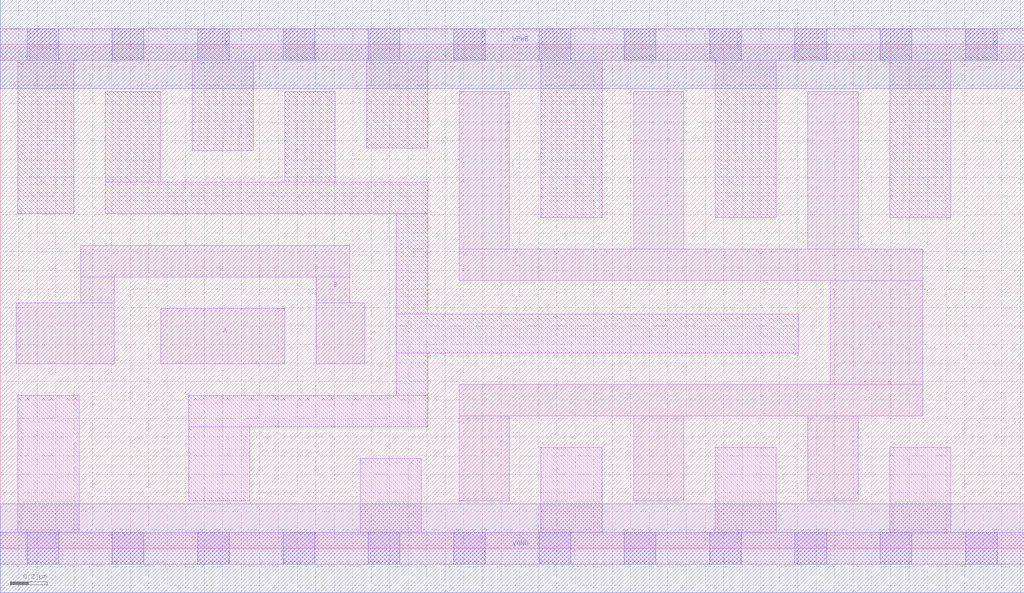
<source format=lef>
# Copyright 2020 The SkyWater PDK Authors
#
# Licensed under the Apache License, Version 2.0 (the "License");
# you may not use this file except in compliance with the License.
# You may obtain a copy of the License at
#
#     https://www.apache.org/licenses/LICENSE-2.0
#
# Unless required by applicable law or agreed to in writing, software
# distributed under the License is distributed on an "AS IS" BASIS,
# WITHOUT WARRANTIES OR CONDITIONS OF ANY KIND, either express or implied.
# See the License for the specific language governing permissions and
# limitations under the License.
#
# SPDX-License-Identifier: Apache-2.0

VERSION 5.7 ;
BUSBITCHARS "[]" ;
DIVIDERCHAR "/" ;
PROPERTYDEFINITIONS
  MACRO maskLayoutSubType STRING ;
  MACRO prCellType STRING ;
  MACRO originalViewName STRING ;
END PROPERTYDEFINITIONS
MACRO sky130_fd_sc_hdll__and2_6
  ORIGIN  0.000000  0.000000 ;
  CLASS CORE ;
  SYMMETRY X Y R90 ;
  SIZE  5.520000 BY  2.720000 ;
  SITE unithd ;
  PIN A
    ANTENNAGATEAREA  0.555000 ;
    DIRECTION INPUT ;
    USE SIGNAL ;
    PORT
      LAYER li1 ;
        RECT 0.865000 0.995000 1.535000 1.295000 ;
    END
  END A
  PIN B
    ANTENNAGATEAREA  0.555000 ;
    DIRECTION INPUT ;
    USE SIGNAL ;
    PORT
      LAYER li1 ;
        RECT 0.085000 0.995000 0.615000 1.325000 ;
        RECT 0.435000 1.325000 0.615000 1.465000 ;
        RECT 0.435000 1.465000 1.885000 1.635000 ;
        RECT 1.705000 0.995000 1.965000 1.325000 ;
        RECT 1.705000 1.325000 1.885000 1.465000 ;
    END
  END B
  PIN X
    ANTENNADIFFAREA  1.396500 ;
    DIRECTION OUTPUT ;
    USE SIGNAL ;
    PORT
      LAYER li1 ;
        RECT 2.475000 0.255000 2.745000 0.715000 ;
        RECT 2.475000 0.715000 4.975000 0.885000 ;
        RECT 2.475000 1.445000 4.975000 1.615000 ;
        RECT 2.475000 1.615000 2.745000 2.465000 ;
        RECT 3.415000 0.255000 3.685000 0.715000 ;
        RECT 3.415000 1.615000 3.685000 2.465000 ;
        RECT 4.355000 0.255000 4.625000 0.715000 ;
        RECT 4.355000 1.615000 4.625000 2.465000 ;
        RECT 4.475000 0.885000 4.975000 1.445000 ;
    END
  END X
  PIN VGND
    DIRECTION INOUT ;
    USE GROUND ;
    PORT
      LAYER met1 ;
        RECT 0.000000 -0.240000 5.520000 0.240000 ;
    END
  END VGND
  PIN VNB
    DIRECTION INOUT ;
    USE GROUND ;
    PORT
    END
  END VNB
  PIN VPB
    DIRECTION INOUT ;
    USE POWER ;
    PORT
    END
  END VPB
  PIN VPWR
    DIRECTION INOUT ;
    USE POWER ;
    PORT
      LAYER met1 ;
        RECT 0.000000 2.480000 5.520000 2.960000 ;
    END
  END VPWR
  OBS
    LAYER li1 ;
      RECT 0.000000 -0.085000 5.520000 0.085000 ;
      RECT 0.000000  2.635000 5.520000 2.805000 ;
      RECT 0.095000  0.085000 0.425000 0.825000 ;
      RECT 0.095000  1.805000 0.395000 2.635000 ;
      RECT 0.565000  1.805000 2.305000 1.975000 ;
      RECT 0.565000  1.975000 0.865000 2.465000 ;
      RECT 1.015000  0.255000 1.345000 0.655000 ;
      RECT 1.015000  0.655000 2.305000 0.825000 ;
      RECT 1.035000  2.145000 1.365000 2.635000 ;
      RECT 1.535000  1.975000 1.805000 2.465000 ;
      RECT 1.940000  0.085000 2.270000 0.485000 ;
      RECT 1.975000  2.160000 2.305000 2.635000 ;
      RECT 2.135000  0.825000 2.305000 1.055000 ;
      RECT 2.135000  1.055000 4.305000 1.265000 ;
      RECT 2.135000  1.265000 2.305000 1.805000 ;
      RECT 2.915000  0.085000 3.245000 0.545000 ;
      RECT 2.915000  1.785000 3.245000 2.635000 ;
      RECT 3.855000  0.085000 4.185000 0.545000 ;
      RECT 3.855000  1.785000 4.185000 2.635000 ;
      RECT 4.795000  0.085000 5.125000 0.545000 ;
      RECT 4.795000  1.785000 5.125000 2.635000 ;
    LAYER mcon ;
      RECT 0.145000 -0.085000 0.315000 0.085000 ;
      RECT 0.145000  2.635000 0.315000 2.805000 ;
      RECT 0.605000 -0.085000 0.775000 0.085000 ;
      RECT 0.605000  2.635000 0.775000 2.805000 ;
      RECT 1.065000 -0.085000 1.235000 0.085000 ;
      RECT 1.065000  2.635000 1.235000 2.805000 ;
      RECT 1.525000 -0.085000 1.695000 0.085000 ;
      RECT 1.525000  2.635000 1.695000 2.805000 ;
      RECT 1.985000 -0.085000 2.155000 0.085000 ;
      RECT 1.985000  2.635000 2.155000 2.805000 ;
      RECT 2.445000 -0.085000 2.615000 0.085000 ;
      RECT 2.445000  2.635000 2.615000 2.805000 ;
      RECT 2.905000 -0.085000 3.075000 0.085000 ;
      RECT 2.905000  2.635000 3.075000 2.805000 ;
      RECT 3.365000 -0.085000 3.535000 0.085000 ;
      RECT 3.365000  2.635000 3.535000 2.805000 ;
      RECT 3.825000 -0.085000 3.995000 0.085000 ;
      RECT 3.825000  2.635000 3.995000 2.805000 ;
      RECT 4.285000 -0.085000 4.455000 0.085000 ;
      RECT 4.285000  2.635000 4.455000 2.805000 ;
      RECT 4.745000 -0.085000 4.915000 0.085000 ;
      RECT 4.745000  2.635000 4.915000 2.805000 ;
      RECT 5.205000 -0.085000 5.375000 0.085000 ;
      RECT 5.205000  2.635000 5.375000 2.805000 ;
  END
  PROPERTY maskLayoutSubType "abstract" ;
  PROPERTY prCellType "standard" ;
  PROPERTY originalViewName "layout" ;
END sky130_fd_sc_hdll__and2_6
END LIBRARY

</source>
